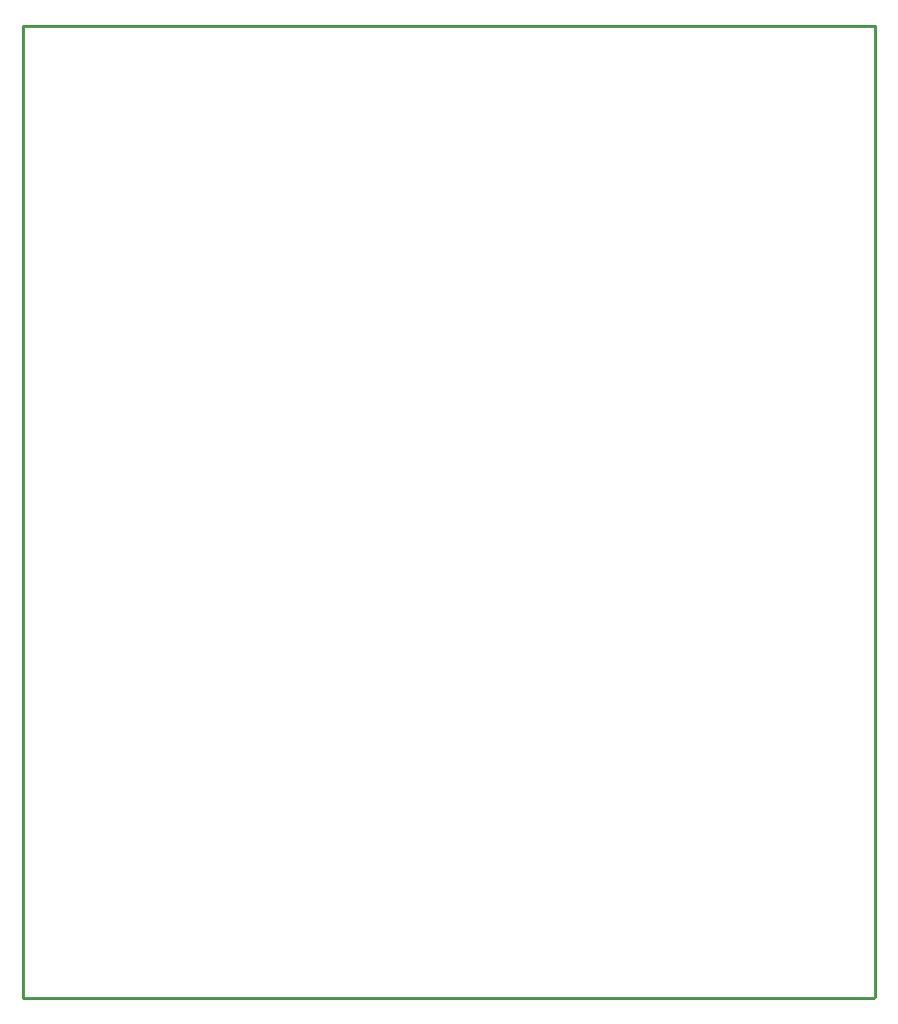
<source format=gm1>
%FSTAX23Y23*%
%MOIN*%
%SFA1B1*%

%IPPOS*%
%ADD14C,0.010000*%
%LNclicguard-1*%
%LPD*%
G54D14*
X02315Y04255D02*
X05165D01*
Y0101D02*
Y04255D01*
X0516Y01005D02*
X05165Y0101D01*
X02315Y01005D02*
X0516D01*
X02315D02*
Y04255D01*
M02*
</source>
